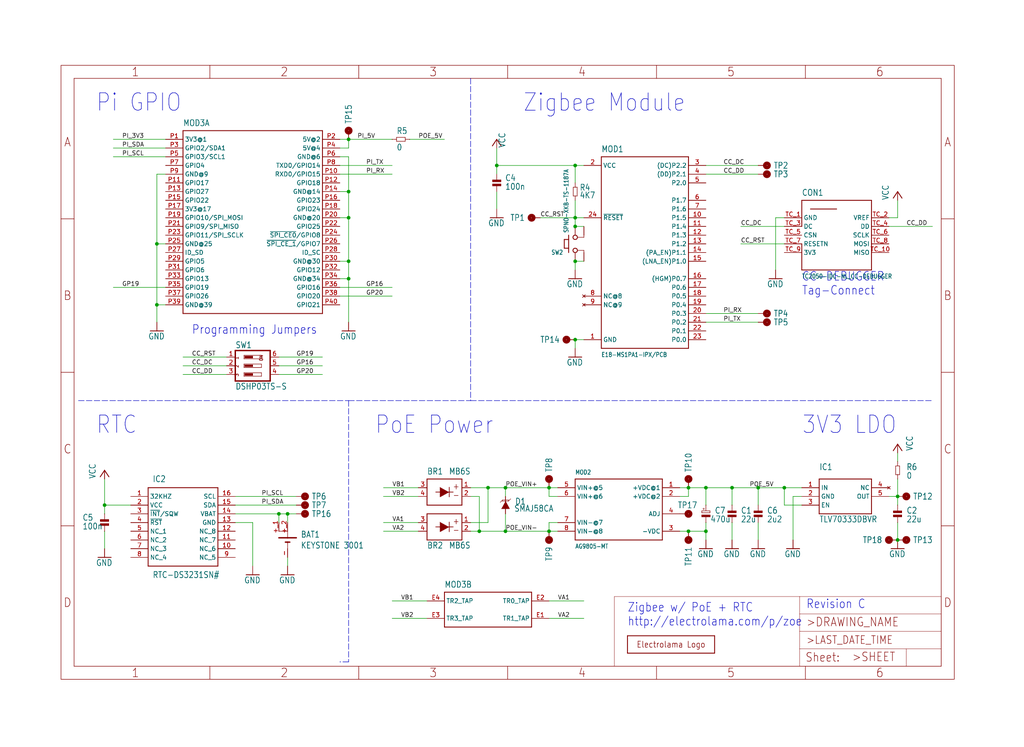
<source format=kicad_sch>
(kicad_sch (version 20211123) (generator eeschema)
  (paper "User" 298.45 217.881)
  (lib_symbols
    (symbol "eagleSchem-eagle-import:A4L-LOC"
      (symbol "A4L-LOC_0_0"
        (text "1" (at 21.6958 1.905 0) (effects (font (size 2.54 2.286))))
        (text "1" (at 21.6958 177.165 0) (effects (font (size 2.54 2.286))))
        (text "2" (at 65.0875 1.905 0) (effects (font (size 2.54 2.286))))
        (text "2" (at 65.0875 177.165 0) (effects (font (size 2.54 2.286))))
        (text "3" (at 108.4792 1.905 0) (effects (font (size 2.54 2.286))))
        (text "3" (at 108.4792 177.165 0) (effects (font (size 2.54 2.286))))
        (text "4" (at 151.8708 1.905 0) (effects (font (size 2.54 2.286))))
        (text "4" (at 151.8708 177.165 0) (effects (font (size 2.54 2.286))))
        (text "5" (at 195.2625 1.905 0) (effects (font (size 2.54 2.286))))
        (text "5" (at 195.2625 177.165 0) (effects (font (size 2.54 2.286))))
        (text "6" (at 238.6542 1.905 0) (effects (font (size 2.54 2.286))))
        (text "6" (at 238.6542 177.165 0) (effects (font (size 2.54 2.286))))
        (text "A" (at 1.905 156.6863 0) (effects (font (size 2.54 2.286))))
        (text "A" (at 258.445 156.6863 0) (effects (font (size 2.54 2.286))))
        (text "B" (at 1.905 111.9188 0) (effects (font (size 2.54 2.286))))
        (text "B" (at 258.445 111.9188 0) (effects (font (size 2.54 2.286))))
        (text "C" (at 1.905 67.1513 0) (effects (font (size 2.54 2.286))))
        (text "C" (at 258.445 67.1513 0) (effects (font (size 2.54 2.286))))
        (text "D" (at 1.905 22.3838 0) (effects (font (size 2.54 2.286))))
        (text "D" (at 258.445 22.3838 0) (effects (font (size 2.54 2.286))))
      )
      (symbol "A4L-LOC_1_0"
        (text ">DRAWING_NAME" (at 217.17 15.24 0) (effects (font (size 2.54 2.159)) (justify left bottom)))
        (text ">LAST_DATE_TIME" (at 217.17 10.16 0) (effects (font (size 2.286 1.9431)) (justify left bottom)))
        (text ">SHEET" (at 230.505 5.08 0) (effects (font (size 2.54 2.159)) (justify left bottom)))
        (text "Sheet:" (at 216.916 4.953 0) (effects (font (size 2.54 2.159)) (justify left bottom)))
      )
    )
    (symbol "eagleSchem-eagle-import:BATTERY"
      (property "Reference" "BAT" (at -1.27 3.175 0))
      (property "Value" "BATTERY" (at -1.27 -5.08 0))
      (symbol "BATTERY_1_0"
        (pin passive line (at 5.08 2.54 180) (length 2.54) (name "+1") (number "+_1"))
        (pin passive line (at 5.08 0 180) (length 2.54) (name "+2") (number "+_2"))
        (pin passive line (at -5.08 0 0) (length 2.54) (name "-") (number "-"))
      )
    )
    (symbol "eagleSchem-eagle-import:CAP-0603"
      (property "Reference" "C" (at -2.54 2.54 0))
      (property "Value" "CAP-0603" (at -2.54 -3.81 0))
      (symbol "CAP-0603_1_0"
        (pin passive line (at -2.54 0 0) (length 0) (name "1") (number "1"))
        (pin passive line (at 2.54 0 180) (length 0) (name "2") (number "2"))
      )
    )
    (symbol "eagleSchem-eagle-import:CAP-0805"
      (property "Reference" "C" (at -2.54 2.54 0))
      (property "Value" "CAP-0805" (at -2.54 -3.81 0))
      (symbol "CAP-0805_1_0"
        (pin passive line (at -2.54 0 0) (length 0) (name "1") (number "1"))
        (pin passive line (at 2.54 0 180) (length 0) (name "2") (number "2"))
      )
    )
    (symbol "eagleSchem-eagle-import:CAP-POL-ELCO-D8-L10.5"
      (property "Reference" "C" (at -2.54 2.54 0))
      (property "Value" "CAP-POL-ELCO-D8-L10.5" (at -2.54 -3.81 0))
      (symbol "CAP-POL-ELCO-D8-L10.5_1_0"
        (pin passive line (at -2.54 0 0) (length 0) (name "+") (number "+"))
        (pin passive line (at 2.54 0 180) (length 0) (name "-") (number "-"))
      )
    )
    (symbol "eagleSchem-eagle-import:DIODE-RECTIFIER-MB6S"
      (property "Reference" "BR" (at -5.08 6.35 0))
      (property "Value" "DIODE-RECTIFIER-MB6S" (at -5.08 -5.08 0))
      (symbol "DIODE-RECTIFIER-MB6S_1_0"
        (text "+" (at 4.445 1.905 0) (effects (font (size 1.778 1.5113)) (justify right bottom)))
        (text "-" (at 4.445 -0.635 0) (effects (font (size 1.778 1.5113)) (justify right bottom)))
        (text "~" (at -4.445 -0.635 0) (effects (font (size 2.286 1.9431)) (justify left bottom)))
        (text "~" (at -4.445 1.905 0) (effects (font (size 2.286 1.9431)) (justify left bottom)))
        (pin bidirectional line (at 7.62 2.54 180) (length 2.54) (name "+") (number "1"))
        (pin bidirectional line (at 7.62 0 180) (length 2.54) (name "-") (number "2"))
        (pin bidirectional line (at -7.62 2.54 0) (length 2.54) (name "~{@3}") (number "3"))
        (pin bidirectional line (at -7.62 0 0) (length 2.54) (name "~{@4}") (number "4"))
      )
    )
    (symbol "eagleSchem-eagle-import:DIODE-TVS-SMAJ58CA"
      (property "Reference" "D" (at -2.3114 2.6416 0))
      (property "Value" "DIODE-TVS-SMAJ58CA" (at -2.5654 -4.4958 0))
      (symbol "DIODE-TVS-SMAJ58CA_1_0"
        (pin passive line (at 2.54 0 180) (length 2.54) (name "C") (number "1"))
        (pin passive line (at -2.54 0 0) (length 2.54) (name "A") (number "2"))
      )
    )
    (symbol "eagleSchem-eagle-import:EBYTE-E18-MS1PA1"
      (property "Reference" "MOD" (at -12.7 29.21 0))
      (property "Value" "EBYTE-E18-MS1PA1" (at -12.7 -30.48 0))
      (symbol "EBYTE-E18-MS1PA1_1_0"
        (pin power_in line (at -17.78 -25.4 0) (length 5.08) (name "GND") (number "1"))
        (pin bidirectional line (at 17.78 10.16 180) (length 5.08) (name "P1.5") (number "10"))
        (pin bidirectional line (at 17.78 7.62 180) (length 5.08) (name "P1.4") (number "11"))
        (pin bidirectional line (at 17.78 5.08 180) (length 5.08) (name "P1.3") (number "12"))
        (pin bidirectional line (at 17.78 2.54 180) (length 5.08) (name "P1.2") (number "13"))
        (pin output line (at 17.78 0 180) (length 5.08) (name "(PA_EN)P1.1") (number "14"))
        (pin output line (at 17.78 -2.54 180) (length 5.08) (name "(LNA_EN)P1.0") (number "15"))
        (pin output line (at 17.78 -7.62 180) (length 5.08) (name "(HGM)P0.7") (number "16"))
        (pin bidirectional line (at 17.78 -10.16 180) (length 5.08) (name "P0.6") (number "17"))
        (pin bidirectional line (at 17.78 -12.7 180) (length 5.08) (name "P0.5") (number "18"))
        (pin bidirectional line (at 17.78 -15.24 180) (length 5.08) (name "P0.4") (number "19"))
        (pin power_in line (at -17.78 25.4 0) (length 5.08) (name "VCC") (number "2"))
        (pin bidirectional line (at 17.78 -17.78 180) (length 5.08) (name "P0.3") (number "20"))
        (pin bidirectional line (at 17.78 -20.32 180) (length 5.08) (name "P0.2") (number "21"))
        (pin bidirectional line (at 17.78 -22.86 180) (length 5.08) (name "P0.1") (number "22"))
        (pin bidirectional line (at 17.78 -25.4 180) (length 5.08) (name "P0.0") (number "23"))
        (pin input line (at -17.78 10.16 0) (length 5.08) (name "~{RESET}") (number "24"))
        (pin bidirectional line (at 17.78 25.4 180) (length 5.08) (name "(DC)P2.2") (number "3"))
        (pin bidirectional line (at 17.78 22.86 180) (length 5.08) (name "(DD)P2.1") (number "4"))
        (pin bidirectional line (at 17.78 20.32 180) (length 5.08) (name "P2.0") (number "5"))
        (pin bidirectional line (at 17.78 15.24 180) (length 5.08) (name "P1.7") (number "6"))
        (pin bidirectional line (at 17.78 12.7 180) (length 5.08) (name "P1.6") (number "7"))
        (pin no_connect line (at -17.78 -12.7 0) (length 5.08) (name "NC@8") (number "8"))
        (pin no_connect line (at -17.78 -15.24 0) (length 5.08) (name "NC@9") (number "9"))
      )
    )
    (symbol "eagleSchem-eagle-import:GND" (power)
      (property "Value" "GND" (at -2.54 -2.54 0))
      (symbol "GND_1_0"
        (pin power_in line (at 0 2.54 270) (length 2.54) (name "GND") (number "1"))
      )
    )
    (symbol "eagleSchem-eagle-import:LDO-TLV70333DBVR"
      (property "Reference" "IC" (at -7.62 6.35 0))
      (property "Value" "LDO-TLV70333DBVR" (at -7.62 -7.62 0))
      (symbol "LDO-TLV70333DBVR_1_0"
        (pin bidirectional line (at -12.7 2.54 0) (length 5.08) (name "IN") (number "1"))
        (pin bidirectional line (at -12.7 0 0) (length 5.08) (name "GND") (number "2"))
        (pin bidirectional line (at -12.7 -2.54 0) (length 5.08) (name "EN") (number "3"))
        (pin no_connect line (at 12.7 2.54 180) (length 5.08) (name "NC") (number "4"))
        (pin bidirectional line (at 12.7 0 180) (length 5.08) (name "OUT") (number "5"))
      )
    )
    (symbol "eagleSchem-eagle-import:LOGO-ELECTROLAMA"
      (symbol "LOGO-ELECTROLAMA_1_0"
        (text "Electrolama Logo" (at 0 0 0) (effects (font (size 1.778 1.5113))))
      )
    )
    (symbol "eagleSchem-eagle-import:RES-0603"
      (property "Reference" "R" (at -2.54 1.27 0))
      (property "Value" "RES-0603" (at -2.54 -2.54 0))
      (symbol "RES-0603_1_0"
        (pin passive line (at -2.54 0 0) (length 0) (name "1") (number "1"))
        (pin passive line (at 2.54 0 180) (length 0) (name "2") (number "2"))
      )
    )
    (symbol "eagleSchem-eagle-import:RPI-HAT-FULL"
      (property "Reference" "MOD" (at -12.7 6.35 0))
      (symbol "RPI-HAT-FULL_1_0"
        (pin bidirectional line (at -25.4 22.86 0) (length 5.08) (name "3V3@1") (number "P1"))
        (pin bidirectional line (at 25.4 12.7 180) (length 5.08) (name "RXD0/GPIO15") (number "P10"))
        (pin bidirectional line (at -25.4 10.16 0) (length 5.08) (name "GPIO17") (number "P11"))
        (pin bidirectional line (at 25.4 10.16 180) (length 5.08) (name "GPIO18") (number "P12"))
        (pin bidirectional line (at -25.4 7.62 0) (length 5.08) (name "GPIO27") (number "P13"))
        (pin bidirectional line (at 25.4 7.62 180) (length 5.08) (name "GND@14") (number "P14"))
        (pin bidirectional line (at -25.4 5.08 0) (length 5.08) (name "GPIO22") (number "P15"))
        (pin bidirectional line (at 25.4 5.08 180) (length 5.08) (name "GPIO23") (number "P16"))
        (pin bidirectional line (at -25.4 2.54 0) (length 5.08) (name "3V3@17") (number "P17"))
        (pin bidirectional line (at 25.4 2.54 180) (length 5.08) (name "GPIO24") (number "P18"))
        (pin bidirectional line (at -25.4 0 0) (length 5.08) (name "GPIO10/SPI_MOSI") (number "P19"))
        (pin bidirectional line (at 25.4 22.86 180) (length 5.08) (name "5V@2") (number "P2"))
        (pin bidirectional line (at 25.4 0 180) (length 5.08) (name "GND@20") (number "P20"))
        (pin bidirectional line (at -25.4 -2.54 0) (length 5.08) (name "GPIO9/SPI_MISO") (number "P21"))
        (pin bidirectional line (at 25.4 -2.54 180) (length 5.08) (name "GPIO25") (number "P22"))
        (pin bidirectional line (at -25.4 -5.08 0) (length 5.08) (name "GPIO11/SPI_SCLK") (number "P23"))
        (pin bidirectional line (at 25.4 -5.08 180) (length 5.08) (name "~{SPI_CE0}/GPIO8") (number "P24"))
        (pin bidirectional line (at -25.4 -7.62 0) (length 5.08) (name "GND@25") (number "P25"))
        (pin bidirectional line (at 25.4 -7.62 180) (length 5.08) (name "~{SPI_CE_1}/GPIO7") (number "P26"))
        (pin bidirectional line (at -25.4 -10.16 0) (length 5.08) (name "ID_SD") (number "P27"))
        (pin bidirectional line (at 25.4 -10.16 180) (length 5.08) (name "ID_SC") (number "P28"))
        (pin bidirectional line (at -25.4 -12.7 0) (length 5.08) (name "GPIO5") (number "P29"))
        (pin bidirectional line (at -25.4 20.32 0) (length 5.08) (name "GPIO2/SDA1") (number "P3"))
        (pin bidirectional line (at 25.4 -12.7 180) (length 5.08) (name "GND@30") (number "P30"))
        (pin bidirectional line (at -25.4 -15.24 0) (length 5.08) (name "GPIO6") (number "P31"))
        (pin bidirectional line (at 25.4 -15.24 180) (length 5.08) (name "GPIO12") (number "P32"))
        (pin bidirectional line (at -25.4 -17.78 0) (length 5.08) (name "GPIO13") (number "P33"))
        (pin bidirectional line (at 25.4 -17.78 180) (length 5.08) (name "GND@34") (number "P34"))
        (pin bidirectional line (at -25.4 -20.32 0) (length 5.08) (name "GPIO19") (number "P35"))
        (pin bidirectional line (at 25.4 -20.32 180) (length 5.08) (name "GPIO16") (number "P36"))
        (pin bidirectional line (at -25.4 -22.86 0) (length 5.08) (name "GPIO26") (number "P37"))
        (pin bidirectional line (at 25.4 -22.86 180) (length 5.08) (name "GPIO20") (number "P38"))
        (pin bidirectional line (at -25.4 -25.4 0) (length 5.08) (name "GND@39") (number "P39"))
        (pin bidirectional line (at 25.4 20.32 180) (length 5.08) (name "5V@4") (number "P4"))
        (pin bidirectional line (at 25.4 -25.4 180) (length 5.08) (name "GPIO21") (number "P40"))
        (pin bidirectional line (at -25.4 17.78 0) (length 5.08) (name "GPIO3/SCL1") (number "P5"))
        (pin bidirectional line (at 25.4 17.78 180) (length 5.08) (name "GND@6") (number "P6"))
        (pin bidirectional line (at -25.4 15.24 0) (length 5.08) (name "GPIO4") (number "P7"))
        (pin bidirectional line (at 25.4 15.24 180) (length 5.08) (name "TXD0/GPIO14") (number "P8"))
        (pin bidirectional line (at -25.4 12.7 0) (length 5.08) (name "GND@9") (number "P9"))
      )
      (symbol "RPI-HAT-FULL_2_0"
        (pin bidirectional line (at 17.78 -2.54 180) (length 5.08) (name "TR1_TAP") (number "E1"))
        (pin bidirectional line (at 17.78 2.54 180) (length 5.08) (name "TR0_TAP") (number "E2"))
        (pin bidirectional line (at -17.78 -2.54 0) (length 5.08) (name "TR3_TAP") (number "E3"))
        (pin bidirectional line (at -17.78 2.54 0) (length 5.08) (name "TR2_TAP") (number "E4"))
      )
    )
    (symbol "eagleSchem-eagle-import:RTC-DS3231SN#"
      (property "Reference" "IC" (at -10.16 11.43 0))
      (property "Value" "RTC-DS3231SN#" (at -10.16 -15.24 0))
      (symbol "RTC-DS3231SN#_1_0"
        (pin bidirectional line (at -15.24 7.62 0) (length 5.08) (name "32KHZ") (number "1"))
        (pin bidirectional line (at 15.24 -7.62 180) (length 5.08) (name "NC_6") (number "10"))
        (pin bidirectional line (at 15.24 -5.08 180) (length 5.08) (name "NC_7") (number "11"))
        (pin bidirectional line (at 15.24 -2.54 180) (length 5.08) (name "NC_8") (number "12"))
        (pin power_in line (at 15.24 0 180) (length 5.08) (name "GND") (number "13"))
        (pin bidirectional line (at 15.24 2.54 180) (length 5.08) (name "VBAT") (number "14"))
        (pin bidirectional line (at 15.24 5.08 180) (length 5.08) (name "SDA") (number "15"))
        (pin bidirectional line (at 15.24 7.62 180) (length 5.08) (name "SCL") (number "16"))
        (pin power_in line (at -15.24 5.08 0) (length 5.08) (name "VCC") (number "2"))
        (pin input line (at -15.24 2.54 0) (length 5.08) (name "~{INT}/SQW") (number "3"))
        (pin input line (at -15.24 0 0) (length 5.08) (name "~{RST}") (number "4"))
        (pin bidirectional line (at -15.24 -2.54 0) (length 5.08) (name "NC_1") (number "5"))
        (pin bidirectional line (at -15.24 -5.08 0) (length 5.08) (name "NC_2") (number "6"))
        (pin bidirectional line (at -15.24 -7.62 0) (length 5.08) (name "NC_3") (number "7"))
        (pin bidirectional line (at -15.24 -10.16 0) (length 5.08) (name "NC_4") (number "8"))
        (pin bidirectional line (at 15.24 -10.16 180) (length 5.08) (name "NC_5") (number "9"))
      )
    )
    (symbol "eagleSchem-eagle-import:SILVERTEL_AG9800M"
      (property "Reference" "MOD" (at -12.7 11.43 0))
      (property "Value" "SILVERTEL_AG9800M" (at -12.7 -10.16 0))
      (symbol "SILVERTEL_AG9800M_1_0"
        (pin bidirectional line (at 17.78 7.62 180) (length 5.08) (name "+VDC@1") (number "1"))
        (pin bidirectional line (at 17.78 5.08 180) (length 5.08) (name "+VDC@2") (number "2"))
        (pin bidirectional line (at 17.78 -5.08 180) (length 5.08) (name "-VDC") (number "3"))
        (pin bidirectional line (at 17.78 0 180) (length 5.08) (name "ADJ") (number "4"))
        (pin bidirectional line (at -17.78 7.62 0) (length 5.08) (name "VIN+@5") (number "5"))
        (pin bidirectional line (at -17.78 5.08 0) (length 5.08) (name "VIN+@6") (number "6"))
        (pin bidirectional line (at -17.78 -2.54 0) (length 5.08) (name "VIN-@7") (number "7"))
        (pin bidirectional line (at -17.78 -5.08 0) (length 5.08) (name "VIN-@8") (number "8"))
      )
    )
    (symbol "eagleSchem-eagle-import:SPNO-XKB-TS-1187A"
      (property "Reference" "SW" (at 3.175 3.175 0))
      (property "Value" "SPNO-XKB-TS-1187A" (at 3.175 1.905 0))
      (symbol "SPNO-XKB-TS-1187A_1_0"
        (pin bidirectional line (at -5.08 0 0) (length 2.54) (name "1_1") (number "A"))
        (pin bidirectional line (at -5.08 -2.54 0) (length 2.54) (name "1_2") (number "B"))
        (pin bidirectional line (at 5.08 0 180) (length 2.54) (name "2_1") (number "C"))
        (pin bidirectional line (at 5.08 -2.54 180) (length 2.54) (name "2_2") (number "D"))
      )
    )
    (symbol "eagleSchem-eagle-import:SWITCH-DIP03-SMD"
      (property "Reference" "SW" (at -5.08 -5.08 90))
      (property "Value" "SWITCH-DIP03-SMD" (at 6.985 -5.08 90))
      (symbol "SWITCH-DIP03-SMD_1_0"
        (text "1" (at -2.794 -4.064 0) (effects (font (size 0.9906 0.842) (thickness 0.1684) bold) (justify left bottom)))
        (text "2" (at -0.381 -4.064 0) (effects (font (size 0.9906 0.842) (thickness 0.1684) bold) (justify left bottom)))
        (text "3" (at 2.159 -4.064 0) (effects (font (size 0.9906 0.842) (thickness 0.1684) bold) (justify left bottom)))
        (text "ON" (at -3.302 3.048 0) (effects (font (size 0.9906 0.842) (thickness 0.1684) bold) (justify left bottom)))
        (pin passive line (at -2.54 -7.62 90) (length 2.54) (name "1") (number "1"))
        (pin passive line (at 0 -7.62 90) (length 2.54) (name "2") (number "2"))
        (pin passive line (at 2.54 -7.62 90) (length 2.54) (name "3") (number "3"))
        (pin passive line (at 2.54 7.62 270) (length 2.54) (name "4") (number "4"))
        (pin passive line (at 0 7.62 270) (length 2.54) (name "5") (number "5"))
        (pin passive line (at -2.54 7.62 270) (length 2.54) (name "6") (number "6"))
      )
    )
    (symbol "eagleSchem-eagle-import:TC2050-IDC-NL_CC-DEBUGGER"
      (property "Reference" "CON" (at -10.16 11.43 0))
      (property "Value" "TC2050-IDC-NL_CC-DEBUGGER" (at -10.16 -12.7 0))
      (symbol "TC2050-IDC-NL_CC-DEBUGGER_1_0"
        (pin bidirectional line (at -15.24 5.08 0) (length 5.08) (name "GND") (number "TC_1"))
        (pin bidirectional line (at 15.24 -5.08 180) (length 5.08) (name "MISO") (number "TC_10"))
        (pin bidirectional line (at 15.24 5.08 180) (length 5.08) (name "VREF") (number "TC_2"))
        (pin bidirectional line (at -15.24 2.54 0) (length 5.08) (name "DC") (number "TC_3"))
        (pin bidirectional line (at 15.24 2.54 180) (length 5.08) (name "DD") (number "TC_4"))
        (pin bidirectional line (at -15.24 0 0) (length 5.08) (name "CSN") (number "TC_5"))
        (pin bidirectional line (at 15.24 0 180) (length 5.08) (name "SCLK") (number "TC_6"))
        (pin bidirectional line (at -15.24 -2.54 0) (length 5.08) (name "RESETN") (number "TC_7"))
        (pin bidirectional line (at 15.24 -2.54 180) (length 5.08) (name "MOSI") (number "TC_8"))
        (pin bidirectional line (at -15.24 -5.08 0) (length 5.08) (name "3V3") (number "TC_9"))
      )
    )
    (symbol "eagleSchem-eagle-import:TP"
      (property "Reference" "TP" (at 1.905 0 0))
      (symbol "TP_1_0"
        (pin bidirectional line (at -2.54 0 0) (length 2.54) (name "TP") (number "TP"))
      )
    )
    (symbol "eagleSchem-eagle-import:TP-HOOK"
      (property "Reference" "TP" (at 1.905 0 0))
      (symbol "TP-HOOK_1_0"
        (pin bidirectional line (at -2.54 0 0) (length 2.54) (name "TP") (number "1"))
      )
    )
    (symbol "eagleSchem-eagle-import:TP_DUAL_1206"
      (property "Reference" "R" (at -2.54 1.27 0))
      (property "Value" "TP_DUAL_1206" (at -2.54 -2.54 0))
      (symbol "TP_DUAL_1206_1_0"
        (pin passive line (at -2.54 0 0) (length 0) (name "1") (number "1"))
        (pin passive line (at 2.54 0 180) (length 0) (name "2") (number "2"))
      )
    )
    (symbol "eagleSchem-eagle-import:VCC" (power)
      (property "Value" "VCC" (at -2.54 -2.54 90))
      (symbol "VCC_1_0"
        (pin power_in line (at 0 -2.54 90) (length 2.54) (name "VCC") (number "1"))
      )
    )
  )
  (junction (at 83.82 149.86))
  (junction (at 101.6 40.64))
  (junction (at 261.62 144.78))
  (junction (at 81.28 149.86))
  (junction (at 139.7 154.94))
  (junction (at 45.72 88.9))
  (junction (at 261.62 157.48))
  (junction (at 220.98 142.24))
  (junction (at 160.02 154.94))
  (junction (at 147.32 154.94))
  (junction (at 30.48 147.32))
  (junction (at 205.74 142.24))
  (junction (at 167.64 48.26))
  (junction (at 101.6 55.88))
  (junction (at 101.6 76.2))
  (junction (at 213.36 142.24))
  (junction (at 200.66 142.24))
  (junction (at 101.6 63.5))
  (junction (at 167.64 99.06))
  (junction (at 200.66 154.94))
  (junction (at 45.72 71.12))
  (junction (at 160.02 142.24))
  (junction (at 167.64 66.04))
  (junction (at 142.24 142.24))
  (junction (at 167.64 76.2))
  (junction (at 101.6 81.28))
  (junction (at 205.74 154.94))
  (junction (at 147.32 142.24))
  (junction (at 228.6 142.24))
  (junction (at 144.78 48.26))
  (junction (at 167.64 63.5))
  (wire (pts (xy 121.92 144.78) (xy 111.76 144.78)))
  (wire (pts (xy 147.32 154.94) (xy 139.7 154.94)))
  (wire (pts (xy 45.72 88.9) (xy 45.72 93.98)))
  (wire (pts (xy 167.64 53.34) (xy 167.64 48.26)))
  (wire (pts (xy 48.26 45.72) (xy 33.02 45.72)))
  (wire (pts (xy 142.24 142.24) (xy 147.32 142.24)))
  (polyline (pts (xy 137.16 116.84) (xy 271.78 116.84)))
  (wire (pts (xy 139.7 144.78) (xy 139.7 154.94)))
  (wire (pts (xy 48.26 88.9) (xy 45.72 88.9)))
  (wire (pts (xy 121.92 154.94) (xy 111.76 154.94)))
  (wire (pts (xy 220.98 147.32) (xy 220.98 142.24)))
  (wire (pts (xy 233.68 144.78) (xy 231.14 144.78)))
  (wire (pts (xy 81.28 149.86) (xy 83.82 149.86)))
  (wire (pts (xy 119.38 40.64) (xy 129.54 40.64)))
  (wire (pts (xy 160.02 175.26) (xy 170.18 175.26)))
  (wire (pts (xy 30.48 147.32) (xy 30.48 149.86)))
  (wire (pts (xy 259.08 144.78) (xy 261.62 144.78)))
  (wire (pts (xy 213.36 147.32) (xy 213.36 142.24)))
  (wire (pts (xy 170.18 66.04) (xy 167.64 66.04)))
  (wire (pts (xy 198.12 144.78) (xy 200.66 144.78)))
  (wire (pts (xy 200.66 154.94) (xy 205.74 154.94)))
  (wire (pts (xy 226.06 63.5) (xy 226.06 78.74)))
  (wire (pts (xy 205.74 48.26) (xy 220.98 48.26)))
  (wire (pts (xy 121.92 152.4) (xy 111.76 152.4)))
  (wire (pts (xy 86.36 149.86) (xy 83.82 149.86)))
  (wire (pts (xy 231.14 144.78) (xy 231.14 157.48)))
  (wire (pts (xy 261.62 147.32) (xy 261.62 144.78)))
  (wire (pts (xy 30.48 147.32) (xy 30.48 139.7)))
  (wire (pts (xy 228.6 71.12) (xy 215.9 71.12)))
  (wire (pts (xy 142.24 152.4) (xy 142.24 142.24)))
  (wire (pts (xy 167.64 63.5) (xy 167.64 66.04)))
  (wire (pts (xy 124.46 180.34) (xy 114.3 180.34)))
  (wire (pts (xy 137.16 142.24) (xy 142.24 142.24)))
  (wire (pts (xy 101.6 76.2) (xy 101.6 81.28)))
  (wire (pts (xy 228.6 63.5) (xy 226.06 63.5)))
  (wire (pts (xy 81.28 149.86) (xy 81.28 152.4)))
  (wire (pts (xy 220.98 152.4) (xy 220.98 157.48)))
  (wire (pts (xy 167.64 58.42) (xy 167.64 63.5)))
  (wire (pts (xy 205.74 91.44) (xy 220.98 91.44)))
  (wire (pts (xy 162.56 152.4) (xy 160.02 152.4)))
  (wire (pts (xy 220.98 142.24) (xy 228.6 142.24)))
  (wire (pts (xy 160.02 154.94) (xy 147.32 154.94)))
  (wire (pts (xy 167.64 76.2) (xy 167.64 78.74)))
  (wire (pts (xy 167.64 63.5) (xy 157.48 63.5)))
  (wire (pts (xy 147.32 149.86) (xy 147.32 154.94)))
  (wire (pts (xy 121.92 142.24) (xy 111.76 142.24)))
  (wire (pts (xy 228.6 66.04) (xy 215.9 66.04)))
  (wire (pts (xy 68.58 147.32) (xy 86.36 147.32)))
  (wire (pts (xy 66.04 109.22) (xy 53.34 109.22)))
  (wire (pts (xy 261.62 63.5) (xy 261.62 58.42)))
  (wire (pts (xy 261.62 132.08) (xy 261.62 134.62)))
  (wire (pts (xy 124.46 175.26) (xy 114.3 175.26)))
  (wire (pts (xy 81.28 104.14) (xy 93.98 104.14)))
  (wire (pts (xy 99.06 55.88) (xy 101.6 55.88)))
  (wire (pts (xy 200.66 142.24) (xy 205.74 142.24)))
  (wire (pts (xy 261.62 139.7) (xy 261.62 144.78)))
  (wire (pts (xy 200.66 144.78) (xy 200.66 142.24)))
  (wire (pts (xy 83.82 162.56) (xy 83.82 165.1)))
  (wire (pts (xy 205.74 152.4) (xy 205.74 154.94)))
  (wire (pts (xy 101.6 63.5) (xy 101.6 76.2)))
  (wire (pts (xy 137.16 144.78) (xy 139.7 144.78)))
  (wire (pts (xy 68.58 152.4) (xy 73.66 152.4)))
  (wire (pts (xy 213.36 152.4) (xy 213.36 157.48)))
  (wire (pts (xy 101.6 40.64) (xy 114.3 40.64)))
  (wire (pts (xy 205.74 50.8) (xy 220.98 50.8)))
  (wire (pts (xy 205.74 154.94) (xy 205.74 157.48)))
  (polyline (pts (xy 137.16 22.86) (xy 137.16 116.84)))
  (wire (pts (xy 48.26 71.12) (xy 45.72 71.12)))
  (wire (pts (xy 48.26 83.82) (xy 33.02 83.82)))
  (wire (pts (xy 144.78 48.26) (xy 144.78 50.8)))
  (wire (pts (xy 170.18 99.06) (xy 167.64 99.06)))
  (wire (pts (xy 99.06 50.8) (xy 114.3 50.8)))
  (wire (pts (xy 48.26 40.64) (xy 33.02 40.64)))
  (wire (pts (xy 147.32 142.24) (xy 160.02 142.24)))
  (wire (pts (xy 198.12 154.94) (xy 200.66 154.94)))
  (wire (pts (xy 144.78 48.26) (xy 144.78 43.18)))
  (wire (pts (xy 68.58 144.78) (xy 86.36 144.78)))
  (polyline (pts (xy 101.6 193.04) (xy 99.06 193.04)))
  (wire (pts (xy 99.06 81.28) (xy 101.6 81.28)))
  (wire (pts (xy 233.68 147.32) (xy 228.6 147.32)))
  (wire (pts (xy 66.04 104.14) (xy 53.34 104.14)))
  (wire (pts (xy 101.6 40.64) (xy 99.06 40.64)))
  (wire (pts (xy 160.02 180.34) (xy 170.18 180.34)))
  (wire (pts (xy 101.6 81.28) (xy 101.6 93.98)))
  (wire (pts (xy 137.16 152.4) (xy 142.24 152.4)))
  (wire (pts (xy 38.1 147.32) (xy 30.48 147.32)))
  (wire (pts (xy 81.28 106.68) (xy 93.98 106.68)))
  (polyline (pts (xy 101.6 116.84) (xy 137.16 116.84)))
  (wire (pts (xy 30.48 154.94) (xy 30.48 160.02)))
  (wire (pts (xy 162.56 144.78) (xy 160.02 144.78)))
  (wire (pts (xy 259.08 66.04) (xy 271.78 66.04)))
  (wire (pts (xy 68.58 149.86) (xy 81.28 149.86)))
  (wire (pts (xy 45.72 50.8) (xy 45.72 71.12)))
  (wire (pts (xy 170.18 48.26) (xy 167.64 48.26)))
  (wire (pts (xy 99.06 45.72) (xy 101.6 45.72)))
  (wire (pts (xy 73.66 152.4) (xy 73.66 165.1)))
  (wire (pts (xy 99.06 76.2) (xy 101.6 76.2)))
  (wire (pts (xy 81.28 109.22) (xy 93.98 109.22)))
  (wire (pts (xy 48.26 50.8) (xy 45.72 50.8)))
  (wire (pts (xy 147.32 144.78) (xy 147.32 142.24)))
  (wire (pts (xy 139.7 154.94) (xy 137.16 154.94)))
  (wire (pts (xy 66.04 106.68) (xy 53.34 106.68)))
  (wire (pts (xy 233.68 142.24) (xy 228.6 142.24)))
  (wire (pts (xy 99.06 63.5) (xy 101.6 63.5)))
  (wire (pts (xy 205.74 93.98) (xy 220.98 93.98)))
  (wire (pts (xy 101.6 55.88) (xy 101.6 63.5)))
  (wire (pts (xy 198.12 142.24) (xy 200.66 142.24)))
  (wire (pts (xy 167.64 99.06) (xy 167.64 101.6)))
  (wire (pts (xy 99.06 48.26) (xy 114.3 48.26)))
  (wire (pts (xy 99.06 83.82) (xy 114.3 83.82)))
  (wire (pts (xy 261.62 152.4) (xy 261.62 157.48)))
  (wire (pts (xy 259.08 63.5) (xy 261.62 63.5)))
  (wire (pts (xy 160.02 154.94) (xy 162.56 154.94)))
  (wire (pts (xy 83.82 149.86) (xy 83.82 152.4)))
  (wire (pts (xy 228.6 147.32) (xy 228.6 142.24)))
  (wire (pts (xy 205.74 147.32) (xy 205.74 142.24)))
  (wire (pts (xy 160.02 142.24) (xy 162.56 142.24)))
  (polyline (pts (xy 22.86 116.84) (xy 101.6 116.84)))
  (wire (pts (xy 213.36 142.24) (xy 220.98 142.24)))
  (wire (pts (xy 99.06 43.18) (xy 101.6 43.18)))
  (wire (pts (xy 160.02 152.4) (xy 160.02 154.94)))
  (wire (pts (xy 144.78 60.96) (xy 144.78 55.88)))
  (polyline (pts (xy 101.6 116.84) (xy 101.6 193.04)))
  (wire (pts (xy 45.72 71.12) (xy 45.72 88.9)))
  (wire (pts (xy 170.18 63.5) (xy 167.64 63.5)))
  (wire (pts (xy 101.6 43.18) (xy 101.6 40.64)))
  (wire (pts (xy 205.74 142.24) (xy 213.36 142.24)))
  (wire (pts (xy 170.18 76.2) (xy 167.64 76.2)))
  (wire (pts (xy 160.02 144.78) (xy 160.02 142.24)))
  (wire (pts (xy 99.06 86.36) (xy 114.3 86.36)))
  (wire (pts (xy 48.26 43.18) (xy 33.02 43.18)))
  (wire (pts (xy 167.64 48.26) (xy 144.78 48.26)))
  (wire (pts (xy 101.6 45.72) (xy 101.6 55.88)))
  (text "CC-DEBUGGER\nTag-Connect" (at 233.68 86.36 180) (effects (font (size 2.54 2.159)) (justify left bottom)))
  (text "Pi GPIO" (at 27.94 33.02 180) (effects (font (size 5.08 4.318)) (justify left bottom)))
  (text "RTC" (at 27.94 127 180) (effects (font (size 5.08 4.318)) (justify left bottom)))
  (text "3V3 LDO" (at 233.68 127 180) (effects (font (size 5.08 4.318)) (justify left bottom)))
  (text "Revision C" (at 234.95 177.8 180) (effects (font (size 2.54 2.159)) (justify left bottom)))
  (text "Zigbee Module" (at 152.4 33.02 180) (effects (font (size 5.08 4.318)) (justify left bottom)))
  (text "Programming Jumpers" (at 55.88 97.79 180) (effects (font (size 2.54 2.159)) (justify left bottom)))
  (text "PoE Power" (at 109.22 127 180) (effects (font (size 5.08 4.318)) (justify left bottom)))
  (text "Zigbee w/ PoE + RTC\nhttp://electrolama.com/p/zoe" (at 182.88 182.88 180) (effects (font (size 2.54 2.159)) (justify left bottom)))
  (label "POE_VIN+" (at 147.32 142.24 0) (effects (font (size 1.2446 1.2446))))
  (label "PI_TX" (at 106.68 48.26 0) (effects (font (size 1.2446 1.2446))))
  (label "CC_DC" (at 55.88 106.68 0) (effects (font (size 1.2446 1.2446))))
  (label "CC_RST" (at 157.48 63.5 0) (effects (font (size 1.2446 1.2446))))
  (label "CC_DD" (at 210.82 50.8 0) (effects (font (size 1.2446 1.2446))))
  (label "VA1" (at 114.3 152.4 0) (effects (font (size 1.2446 1.2446))))
  (label "PI_3V3" (at 35.56 40.64 0) (effects (font (size 1.2446 1.2446))))
  (label "POE_VIN-" (at 147.32 154.94 0) (effects (font (size 1.2446 1.2446))))
  (label "CC_DD" (at 55.88 109.22 0) (effects (font (size 1.2446 1.2446))))
  (label "VB2" (at 114.3 144.78 0) (effects (font (size 1.2446 1.2446))))
  (label "GP16" (at 86.36 106.68 0) (effects (font (size 1.2446 1.2446))))
  (label "PI_5V" (at 104.14 40.64 0) (effects (font (size 1.2446 1.2446))))
  (label "PI_RX" (at 106.68 50.8 0) (effects (font (size 1.2446 1.2446))))
  (label "PI_SCL" (at 35.56 45.72 0) (effects (font (size 1.2446 1.2446))))
  (label "POE_5V" (at 121.92 40.64 0) (effects (font (size 1.2446 1.2446))))
  (label "CC_DD" (at 264.16 66.04 0) (effects (font (size 1.2446 1.2446))))
  (label "VA2" (at 114.3 154.94 0) (effects (font (size 1.2446 1.2446))))
  (label "PI_SDA" (at 35.56 43.18 0) (effects (font (size 1.2446 1.2446))))
  (label "GP19" (at 86.36 104.14 0) (effects (font (size 1.2446 1.2446))))
  (label "CC_RST" (at 215.9 71.12 0) (effects (font (size 1.2446 1.2446))))
  (label "VA2" (at 162.56 180.34 0) (effects (font (size 1.2446 1.2446))))
  (label "POE_5V" (at 218.44 142.24 0) (effects (font (size 1.2446 1.2446))))
  (label "VA1" (at 162.56 175.26 0) (effects (font (size 1.2446 1.2446))))
  (label "PI_RX" (at 210.82 91.44 0) (effects (font (size 1.2446 1.2446))))
  (label "PI_TX" (at 210.82 93.98 0) (effects (font (size 1.2446 1.2446))))
  (label "CC_RST" (at 55.88 104.14 0) (effects (font (size 1.2446 1.2446))))
  (label "PI_SCL" (at 76.2 144.78 0) (effects (font (size 1.2446 1.2446))))
  (label "VB1" (at 116.84 175.26 0) (effects (font (size 1.2446 1.2446))))
  (label "CC_DC" (at 215.9 66.04 0) (effects (font (size 1.2446 1.2446))))
  (label "VB2" (at 116.84 180.34 0) (effects (font (size 1.2446 1.2446))))
  (label "GP19" (at 35.56 83.82 0) (effects (font (size 1.2446 1.2446))))
  (label "GP16" (at 106.68 83.82 0) (effects (font (size 1.2446 1.2446))))
  (label "VB1" (at 114.3 142.24 0) (effects (font (size 1.2446 1.2446))))
  (label "GP20" (at 86.36 109.22 0) (effects (font (size 1.2446 1.2446))))
  (label "CC_DC" (at 210.82 48.26 0) (effects (font (size 1.2446 1.2446))))
  (label "PI_SDA" (at 76.2 147.32 0) (effects (font (size 1.2446 1.2446))))
  (label "GP20" (at 106.68 86.36 0) (effects (font (size 1.2446 1.2446))))
  (symbol (lib_id "eagleSchem-eagle-import:GND") (at 231.14 160.02 0) (unit 1)
    (property "Reference" "#GND10" (effects hide))
    (property "Value" "GND" (at 228.6 162.56 0) (effects (font (size 1.778 1.5113)) (justify left bottom)))
    (property "Footprint" "eagleSchem:" (effects hide))
  )
  (symbol (lib_id "eagleSchem-eagle-import:GND") (at 205.74 160.02 0) (unit 1)
    (property "Reference" "#GND13" (effects hide))
    (property "Value" "GND" (at 203.2 162.56 0) (effects (font (size 1.778 1.5113)) (justify left bottom)))
    (property "Footprint" "eagleSchem:" (effects hide))
  )
  (symbol (lib_id "eagleSchem-eagle-import:GND") (at 167.64 81.28 0) (unit 1)
    (property "Reference" "#GND15" (effects hide))
    (property "Value" "GND" (at 165.1 83.82 0) (effects (font (size 1.778 1.5113)) (justify left bottom)))
    (property "Footprint" "eagleSchem:" (effects hide))
  )
  (symbol (lib_id "eagleSchem-eagle-import:TP") (at 264.16 157.48 0) (unit 1)
    (property "Reference" "TP13" (at 266.065 157.48 0) (effects (font (size 1.778 1.5113)) (justify left)))
    (property "Value" "TP" (effects hide))
    (property "Footprint" "eagleSchem:TP_DOT" (effects hide))
  )
  (symbol (lib_id "eagleSchem-eagle-import:GND") (at 167.64 104.14 0) (unit 1)
    (property "Reference" "#GND6" (effects hide))
    (property "Value" "GND" (at 165.1 106.68 0) (effects (font (size 1.778 1.5113)) (justify left bottom)))
    (property "Footprint" "eagleSchem:" (effects hide))
  )
  (symbol (lib_id "eagleSchem-eagle-import:VCC") (at 261.62 129.54 0) (unit 1)
    (property "Reference" "#P+1" (effects hide))
    (property "Value" "VCC" (at 264.16 127 90) (effects (font (size 1.778 1.5113)) (justify right top)))
    (property "Footprint" "eagleSchem:" (effects hide))
  )
  (symbol (lib_id "eagleSchem-eagle-import:TP") (at 88.9 147.32 0) (unit 1)
    (property "Reference" "TP7" (at 90.805 147.32 0) (effects (font (size 1.778 1.5113)) (justify left)))
    (property "Value" "TP" (effects hide))
    (property "Footprint" "eagleSchem:TP_DOT" (effects hide))
  )
  (symbol (lib_id "eagleSchem-eagle-import:TP") (at 200.66 149.86 0) (unit 1)
    (property "Reference" "TP17" (at 197.485 147.32 0) (effects (font (size 1.778 1.5113)) (justify left)))
    (property "Value" "TP" (effects hide))
    (property "Footprint" "eagleSchem:TP_DOT" (effects hide))
  )
  (symbol (lib_id "eagleSchem-eagle-import:TP") (at 160.02 139.7 90) (unit 1)
    (property "Reference" "TP8" (at 160.02 137.795 0) (effects (font (size 1.778 1.5113)) (justify left)))
    (property "Value" "TP" (effects hide))
    (property "Footprint" "eagleSchem:TP_DOT" (effects hide))
  )
  (symbol (lib_id "eagleSchem-eagle-import:RTC-DS3231SN#") (at 53.34 152.4 0) (unit 1)
    (property "Reference" "IC2" (at 44.45 139.7 0) (effects (font (size 1.778 1.5113)) (justify left)))
    (property "Value" "RTC-DS3231SN#" (at 44.45 167.64 0) (effects (font (size 1.778 1.5113)) (justify left)))
    (property "Footprint" "eagleSchem:SOIC127P1032X265-16N" (effects hide))
  )
  (symbol (lib_id "eagleSchem-eagle-import:DIODE-RECTIFIER-MB6S") (at 129.54 144.78 0) (unit 1)
    (property "Reference" "BR1" (at 124.46 138.43 0) (effects (font (size 1.778 1.5113)) (justify left bottom)))
    (property "Value" "MB6S" (at 130.81 138.43 0) (effects (font (size 1.778 1.5113)) (justify left bottom)))
    (property "Footprint" "eagleSchem:SOP254P665X270-4N" (effects hide))
  )
  (symbol (lib_id "eagleSchem-eagle-import:EBYTE-E18-MS1PA1") (at 187.96 73.66 0) (unit 1)
    (property "Reference" "MOD1" (at 175.26 44.45 0) (effects (font (size 1.778 1.5113)) (justify left bottom)))
    (property "Value" "E18-MS1PA1-IPX/PCB" (at 175.26 104.14 0) (effects (font (size 1.27 1.0795)) (justify left bottom)))
    (property "Footprint" "eagleSchem:EBYTE-E18-MS1PA1" (effects hide))
  )
  (symbol (lib_id "eagleSchem-eagle-import:GND") (at 101.6 96.52 0) (unit 1)
    (property "Reference" "#GND3" (effects hide))
    (property "Value" "GND" (at 99.06 99.06 0) (effects (font (size 1.778 1.5113)) (justify left bottom)))
    (property "Footprint" "eagleSchem:" (effects hide))
  )
  (symbol (lib_id "eagleSchem-eagle-import:GND") (at 30.48 162.56 0) (unit 1)
    (property "Reference" "#GND11" (effects hide))
    (property "Value" "GND" (at 27.94 165.1 0) (effects (font (size 1.778 1.5113)) (justify left bottom)))
    (property "Footprint" "eagleSchem:" (effects hide))
  )
  (symbol (lib_id "eagleSchem-eagle-import:TP_DUAL_1206") (at 261.62 137.16 90) (unit 1)
    (property "Reference" "R6" (at 264.16 137.16 90) (effects (font (size 1.778 1.5113)) (justify right top)))
    (property "Value" "0" (at 264.16 139.7 90) (effects (font (size 1.778 1.5113)) (justify right top)))
    (property "Footprint" "eagleSchem:TP_DUAL_1206" (effects hide))
  )
  (symbol (lib_id "eagleSchem-eagle-import:GND") (at 144.78 63.5 0) (unit 1)
    (property "Reference" "#GND7" (effects hide))
    (property "Value" "GND" (at 142.24 66.04 0) (effects (font (size 1.778 1.5113)) (justify left bottom)))
    (property "Footprint" "eagleSchem:" (effects hide))
  )
  (symbol (lib_id "eagleSchem-eagle-import:GND") (at 83.82 167.64 0) (unit 1)
    (property "Reference" "#GND1" (effects hide))
    (property "Value" "GND" (at 81.28 170.18 0) (effects (font (size 1.778 1.5113)) (justify left bottom)))
    (property "Footprint" "eagleSchem:" (effects hide))
  )
  (symbol (lib_id "eagleSchem-eagle-import:BATTERY") (at 83.82 157.48 90) (unit 1)
    (property "Reference" "BAT1" (at 87.63 156.845 90) (effects (font (size 1.778 1.5113)) (justify right top)))
    (property "Value" "KEYSTONE 3001" (at 87.63 160.02 90) (effects (font (size 1.778 1.5113)) (justify right top)))
    (property "Footprint" "eagleSchem:KEYSTONE_3001" (effects hide))
  )
  (symbol (lib_id "eagleSchem-eagle-import:TP") (at 154.94 63.5 180) (unit 1)
    (property "Reference" "TP1" (at 153.035 63.5 0) (effects (font (size 1.778 1.5113)) (justify left)))
    (property "Value" "TP" (effects hide))
    (property "Footprint" "eagleSchem:TP_DOT" (effects hide))
  )
  (symbol (lib_id "eagleSchem-eagle-import:SWITCH-DIP03-SMD") (at 73.66 106.68 270) (unit 1)
    (property "Reference" "SW1" (at 68.58 101.6 90) (effects (font (size 1.778 1.5113)) (justify left bottom)))
    (property "Value" "DSHP03TS-S" (at 68.58 113.665 90) (effects (font (size 1.778 1.5113)) (justify left bottom)))
    (property "Footprint" "eagleSchem:DSHP03TS-S" (effects hide))
  )
  (symbol (lib_id "eagleSchem-eagle-import:CAP-POL-ELCO-D8-L10.5") (at 205.74 149.86 270) (unit 1)
    (property "Reference" "C7" (at 208.28 149.86 90) (effects (font (size 1.778 1.5113)) (justify left bottom)))
    (property "Value" "470u" (at 207.01 152.4 90) (effects (font (size 1.778 1.5113)) (justify left bottom)))
    (property "Footprint" "eagleSchem:_CAP_ELCO_D8_L10.5" (effects hide))
  )
  (symbol (lib_id "eagleSchem-eagle-import:TP") (at 165.1 99.06 180) (unit 1)
    (property "Reference" "TP14" (at 163.195 99.06 0) (effects (font (size 1.778 1.5113)) (justify left)))
    (property "Value" "TP" (effects hide))
    (property "Footprint" "eagleSchem:TP_DOT" (effects hide))
  )
  (symbol (lib_id "eagleSchem-eagle-import:TP") (at 200.66 139.7 90) (unit 1)
    (property "Reference" "TP10" (at 200.66 137.795 0) (effects (font (size 1.778 1.5113)) (justify left)))
    (property "Value" "TP" (effects hide))
    (property "Footprint" "eagleSchem:TP_DOT" (effects hide))
  )
  (symbol (lib_id "eagleSchem-eagle-import:TP") (at 88.9 149.86 0) (unit 1)
    (property "Reference" "TP16" (at 90.805 149.86 0) (effects (font (size 1.778 1.5113)) (justify left)))
    (property "Value" "TP" (effects hide))
    (property "Footprint" "eagleSchem:TP_DOT" (effects hide))
  )
  (symbol (lib_id "eagleSchem-eagle-import:RPI-HAT-FULL") (at 73.66 63.5 0) (unit 1)
    (property "Reference" "MOD3" (at 53.34 36.83 0) (effects (font (size 1.778 1.5113)) (justify left bottom)))
    (property "Value" "RPI-HAT-FULL" (effects hide))
    (property "Footprint" "eagleSchem:RPI-HAT-FULL" (effects hide))
  )
  (symbol (lib_id "eagleSchem-eagle-import:DIODE-TVS-SMAJ58CA") (at 147.32 147.32 90) (unit 1)
    (property "Reference" "D1" (at 150.0886 147.2184 90) (effects (font (size 1.778 1.5113)) (justify right top)))
    (property "Value" "SMAJ58CA" (at 149.8346 149.2758 90) (effects (font (size 1.778 1.5113)) (justify right top)))
    (property "Footprint" "eagleSchem:DIOM5126X250N-NOPOL" (effects hide))
  )
  (symbol (lib_id "eagleSchem-eagle-import:GND") (at 45.72 96.52 0) (unit 1)
    (property "Reference" "#GND4" (effects hide))
    (property "Value" "GND" (at 43.18 99.06 0) (effects (font (size 1.778 1.5113)) (justify left bottom)))
    (property "Footprint" "eagleSchem:" (effects hide))
  )
  (symbol (lib_id "eagleSchem-eagle-import:LDO-TLV70333DBVR") (at 246.38 144.78 0) (unit 1)
    (property "Reference" "IC1" (at 238.76 137.16 0) (effects (font (size 1.778 1.5113)) (justify left bottom)))
    (property "Value" "TLV70333DBVR" (at 238.76 152.4 0) (effects (font (size 1.778 1.5113)) (justify left bottom)))
    (property "Footprint" "eagleSchem:SOT95P280X145-5N" (effects hide))
  )
  (symbol (lib_id "eagleSchem-eagle-import:A4L-LOC") (at 17.78 198.12 0) (unit 1)
    (property "Reference" "#FRAME1" (effects hide))
    (property "Value" "A4L-LOC" (effects hide))
    (property "Footprint" "eagleSchem:" (effects hide))
  )
  (symbol (lib_id "eagleSchem-eagle-import:TP") (at 264.16 144.78 0) (unit 1)
    (property "Reference" "TP12" (at 266.065 144.78 0) (effects (font (size 1.778 1.5113)) (justify left)))
    (property "Value" "TP" (effects hide))
    (property "Footprint" "eagleSchem:TP_DOT" (effects hide))
  )
  (symbol (lib_id "eagleSchem-eagle-import:VCC") (at 144.78 40.64 0) (unit 1)
    (property "Reference" "#P+2" (effects hide))
    (property "Value" "VCC" (at 147.32 43.18 90) (effects (font (size 1.778 1.5113)) (justify left bottom)))
    (property "Footprint" "eagleSchem:" (effects hide))
  )
  (symbol (lib_id "eagleSchem-eagle-import:DIODE-RECTIFIER-MB6S") (at 129.54 154.94 0) (unit 1)
    (property "Reference" "BR2" (at 124.46 160.02 0) (effects (font (size 1.778 1.5113)) (justify left bottom)))
    (property "Value" "MB6S" (at 130.81 160.02 0) (effects (font (size 1.778 1.5113)) (justify left bottom)))
    (property "Footprint" "eagleSchem:SOP254P665X270-4N" (effects hide))
  )
  (symbol (lib_id "eagleSchem-eagle-import:TP") (at 223.52 93.98 0) (unit 1)
    (property "Reference" "TP5" (at 225.425 93.98 0) (effects (font (size 1.778 1.5113)) (justify left)))
    (property "Value" "TP" (effects hide))
    (property "Footprint" "eagleSchem:TP_DOT" (effects hide))
  )
  (symbol (lib_id "eagleSchem-eagle-import:TC2050-IDC-NL_CC-DEBUGGER") (at 243.84 68.58 0) (unit 1)
    (property "Reference" "CON1" (at 233.68 57.15 0) (effects (font (size 1.778 1.5113)) (justify left bottom)))
    (property "Value" "TC2050-IDC-NL_CC-DEBUGGER" (at 233.68 81.28 0) (effects (font (size 1.27 1.0795)) (justify left bottom)))
    (property "Footprint" "eagleSchem:TC2050-IDC-NL" (effects hide))
  )
  (symbol (lib_id "eagleSchem-eagle-import:CAP-0603") (at 144.78 53.34 270) (unit 1)
    (property "Reference" "C4" (at 147.193 52.8574 90) (effects (font (size 1.778 1.5113)) (justify left bottom)))
    (property "Value" "100n" (at 147.193 55.3974 90) (effects (font (size 1.778 1.5113)) (justify left bottom)))
    (property "Footprint" "eagleSchem:_PKG_C_0603" (effects hide))
  )
  (symbol (lib_id "eagleSchem-eagle-import:TP") (at 88.9 144.78 0) (unit 1)
    (property "Reference" "TP6" (at 90.805 144.78 0) (effects (font (size 1.778 1.5113)) (justify left)))
    (property "Value" "TP" (effects hide))
    (property "Footprint" "eagleSchem:TP_DOT" (effects hide))
  )
  (symbol (lib_id "eagleSchem-eagle-import:TP") (at 223.52 91.44 0) (unit 1)
    (property "Reference" "TP4" (at 225.425 91.44 0) (effects (font (size 1.778 1.5113)) (justify left)))
    (property "Value" "TP" (effects hide))
    (property "Footprint" "eagleSchem:TP_DOT" (effects hide))
  )
  (symbol (lib_id "eagleSchem-eagle-import:CAP-0603") (at 30.48 152.4 270) (unit 1)
    (property "Reference" "C5" (at 24.003 151.9174 90) (effects (font (size 1.778 1.5113)) (justify left bottom)))
    (property "Value" "100n" (at 24.003 154.4574 90) (effects (font (size 1.778 1.5113)) (justify left bottom)))
    (property "Footprint" "eagleSchem:_PKG_C_0603" (effects hide))
  )
  (symbol (lib_id "eagleSchem-eagle-import:RPI-HAT-FULL") (at 142.24 177.8 0) (unit 2)
    (property "Reference" "MOD3" (at 129.54 171.45 0) (effects (font (size 1.778 1.5113)) (justify left bottom)))
    (property "Value" "RPI-HAT-FULL" (effects hide))
    (property "Footprint" "eagleSchem:RPI-HAT-FULL" (effects hide))
  )
  (symbol (lib_id "eagleSchem-eagle-import:VCC") (at 30.48 137.16 0) (unit 1)
    (property "Reference" "#P+3" (effects hide))
    (property "Value" "VCC" (at 27.94 139.7 90) (effects (font (size 1.778 1.5113)) (justify left bottom)))
    (property "Footprint" "eagleSchem:" (effects hide))
  )
  (symbol (lib_id "eagleSchem-eagle-import:LOGO-ELECTROLAMA") (at 195.58 187.96 0) (unit 1)
    (property "Reference" "U$1" (effects hide))
    (property "Value" "LOGO-ELECTROLAMA" (effects hide))
    (property "Footprint" "eagleSchem:ELECTROLAMA" (effects hide))
  )
  (symbol (lib_id "eagleSchem-eagle-import:GND") (at 73.66 167.64 0) (unit 1)
    (property "Reference" "#GND2" (effects hide))
    (property "Value" "GND" (at 71.12 170.18 0) (effects (font (size 1.778 1.5113)) (justify left bottom)))
    (property "Footprint" "eagleSchem:" (effects hide))
  )
  (symbol (lib_id "eagleSchem-eagle-import:CAP-0603") (at 220.98 149.86 270) (unit 1)
    (property "Reference" "C6" (at 223.52 149.86 90) (effects (font (size 1.778 1.5113)) (justify left bottom)))
    (property "Value" "2u2" (at 223.52 152.4 90) (effects (font (size 1.778 1.5113)) (justify left bottom)))
    (property "Footprint" "eagleSchem:_PKG_C_0603" (effects hide))
  )
  (symbol (lib_id "eagleSchem-eagle-import:TP_DUAL_1206") (at 116.84 40.64 0) (unit 1)
    (property "Reference" "R5" (at 115.57 39.1414 0) (effects (font (size 1.778 1.5113)) (justify left bottom)))
    (property "Value" "0" (at 115.57 43.942 0) (effects (font (size 1.778 1.5113)) (justify left bottom)))
    (property "Footprint" "eagleSchem:TP_DUAL_1206" (effects hide))
  )
  (symbol (lib_id "eagleSchem-eagle-import:GND") (at 213.36 160.02 0) (unit 1)
    (property "Reference" "#GND5" (effects hide))
    (property "Value" "GND" (at 210.82 162.56 0) (effects (font (size 1.778 1.5113)) (justify left bottom)))
    (property "Footprint" "eagleSchem:" (effects hide))
  )
  (symbol (lib_id "eagleSchem-eagle-import:SPNO-XKB-TS-1187A") (at 167.64 71.12 90) (unit 1)
    (property "Reference" "SW2" (at 160.655 74.295 90) (effects (font (size 1.27 1.0795)) (justify right top)))
    (property "Value" "SPNO-XKB-TS-1187A" (at 165.735 67.945 0) (effects (font (size 1.27 1.0795)) (justify left bottom)))
    (property "Footprint" "eagleSchem:XKB-TS-1187A" (effects hide))
  )
  (symbol (lib_id "eagleSchem-eagle-import:GND") (at 261.62 160.02 0) (unit 1)
    (property "Reference" "#GND8" (effects hide))
    (property "Value" "GND" (at 259.08 162.56 0) (effects (font (size 1.778 1.5113)) (justify left bottom)))
    (property "Footprint" "eagleSchem:" (effects hide))
  )
  (symbol (lib_id "eagleSchem-eagle-import:GND") (at 220.98 160.02 0) (unit 1)
    (property "Reference" "#GND12" (effects hide))
    (property "Value" "GND" (at 218.44 162.56 0) (effects (font (size 1.778 1.5113)) (justify left bottom)))
    (property "Footprint" "eagleSchem:" (effects hide))
  )
  (symbol (lib_id "eagleSchem-eagle-import:RES-0603") (at 167.64 55.88 90) (unit 1)
    (property "Reference" "R4" (at 168.91 55.6514 90) (effects (font (size 1.778 1.5113)) (justify right top)))
    (property "Value" "4K7" (at 168.91 57.912 90) (effects (font (size 1.778 1.5113)) (justify right top)))
    (property "Footprint" "eagleSchem:_PKG_C_0603" (effects hide))
  )
  (symbol (lib_id "eagleSchem-eagle-import:CAP-0805") (at 261.62 149.86 90) (unit 1)
    (property "Reference" "C2" (at 264.16 149.86 90) (effects (font (size 1.778 1.5113)) (justify right top)))
    (property "Value" "22u" (at 264.16 152.4 90) (effects (font (size 1.778 1.5113)) (justify right top)))
    (property "Footprint" "eagleSchem:_PKG_C_0805" (effects hide))
  )
  (symbol (lib_id "eagleSchem-eagle-import:TP-HOOK") (at 259.08 157.48 180) (unit 1)
    (property "Reference" "TP18" (at 257.175 157.48 0) (effects (font (size 1.778 1.5113)) (justify left)))
    (property "Value" "TP-HOOK" (effects hide))
    (property "Footprint" "eagleSchem:TP_S2751-46R" (effects hide))
  )
  (symbol (lib_id "eagleSchem-eagle-import:CAP-0805") (at 213.36 149.86 90) (unit 1)
    (property "Reference" "C1" (at 215.9 149.86 90) (effects (font (size 1.778 1.5113)) (justify right top)))
    (property "Value" "22u" (at 215.9 152.4 90) (effects (font (size 1.778 1.5113)) (justify right top)))
    (property "Footprint" "eagleSchem:_PKG_C_0805" (effects hide))
  )
  (symbol (lib_id "eagleSchem-eagle-import:TP") (at 223.52 50.8 0) (unit 1)
    (property "Reference" "TP3" (at 225.425 50.8 0) (effects (font (size 1.778 1.5113)) (justify left)))
    (property "Value" "TP" (effects hide))
    (property "Footprint" "eagleSchem:TP_DOT" (effects hide))
  )
  (symbol (lib_id "eagleSchem-eagle-import:GND") (at 226.06 81.28 0) (unit 1)
    (property "Reference" "#GND14" (effects hide))
    (property "Value" "GND" (at 223.52 83.82 0) (effects (font (size 1.778 1.5113)) (justify left bottom)))
    (property "Footprint" "eagleSchem:" (effects hide))
  )
  (symbol (lib_id "eagleSchem-eagle-import:SILVERTEL_AG9800M") (at 180.34 149.86 0) (unit 1)
    (property "Reference" "MOD2" (at 167.64 138.43 0) (effects (font (size 1.27 1.0795)) (justify left bottom)))
    (property "Value" "AG9805-MT" (at 167.64 160.02 0) (effects (font (size 1.27 1.0795)) (justify left bottom)))
    (property "Footprint" "eagleSchem:SILVERTEL_AG9800M" (effects hide))
  )
  (symbol (lib_id "eagleSchem-eagle-import:TP") (at 101.6 38.1 90) (unit 1)
    (property "Reference" "TP15" (at 101.6 36.195 0) (effects (font (size 1.778 1.5113)) (justify left)))
    (property "Value" "TP" (effects hide))
    (property "Footprint" "eagleSchem:TP_DOT" (effects hide))
  )
  (symbol (lib_id "eagleSchem-eagle-import:VCC") (at 261.62 55.88 0) (unit 1)
    (property "Reference" "#P+4" (effects hide))
    (property "Value" "VCC" (at 259.08 58.42 90) (effects (font (size 1.778 1.5113)) (justify left bottom)))
    (property "Footprint" "eagleSchem:" (effects hide))
  )
  (symbol (lib_id "eagleSchem-eagle-import:TP") (at 200.66 157.48 270) (unit 1)
    (property "Reference" "TP11" (at 200.66 159.385 0) (effects (font (size 1.778 1.5113)) (justify left)))
    (property "Value" "TP" (effects hide))
    (property "Footprint" "eagleSchem:TP_DOT" (effects hide))
  )
  (symbol (lib_id "eagleSchem-eagle-import:TP") (at 223.52 48.26 0) (unit 1)
    (property "Reference" "TP2" (at 225.425 48.26 0) (effects (font (size 1.778 1.5113)) (justify left)))
    (property "Value" "TP" (effects hide))
    (property "Footprint" "eagleSchem:TP_DOT" (effects hide))
  )
  (symbol (lib_id "eagleSchem-eagle-import:TP") (at 160.02 157.48 270) (unit 1)
    (property "Reference" "TP9" (at 160.02 159.385 0) (effects (font (size 1.778 1.5113)) (justify left)))
    (property "Value" "TP" (effects hide))
    (property "Footprint" "eagleSchem:TP_DOT" (effects hide))
  )
)
</source>
